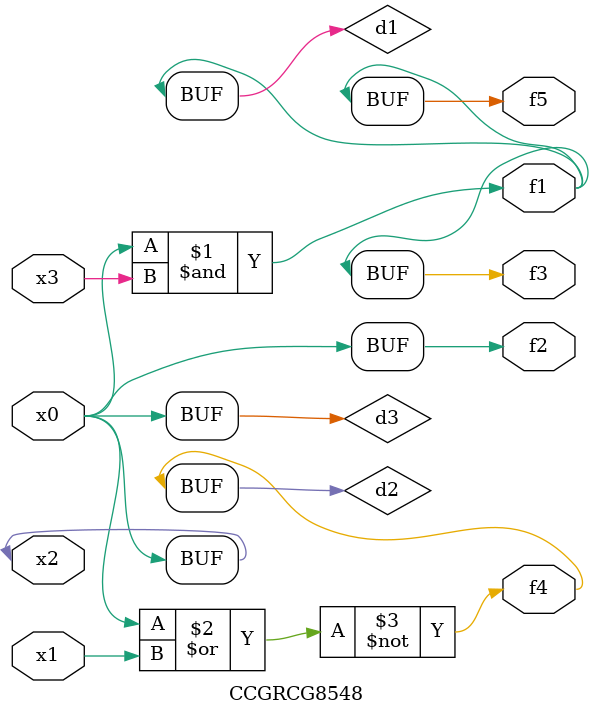
<source format=v>
module CCGRCG8548(
	input x0, x1, x2, x3,
	output f1, f2, f3, f4, f5
);

	wire d1, d2, d3;

	and (d1, x2, x3);
	nor (d2, x0, x1);
	buf (d3, x0, x2);
	assign f1 = d1;
	assign f2 = d3;
	assign f3 = d1;
	assign f4 = d2;
	assign f5 = d1;
endmodule

</source>
